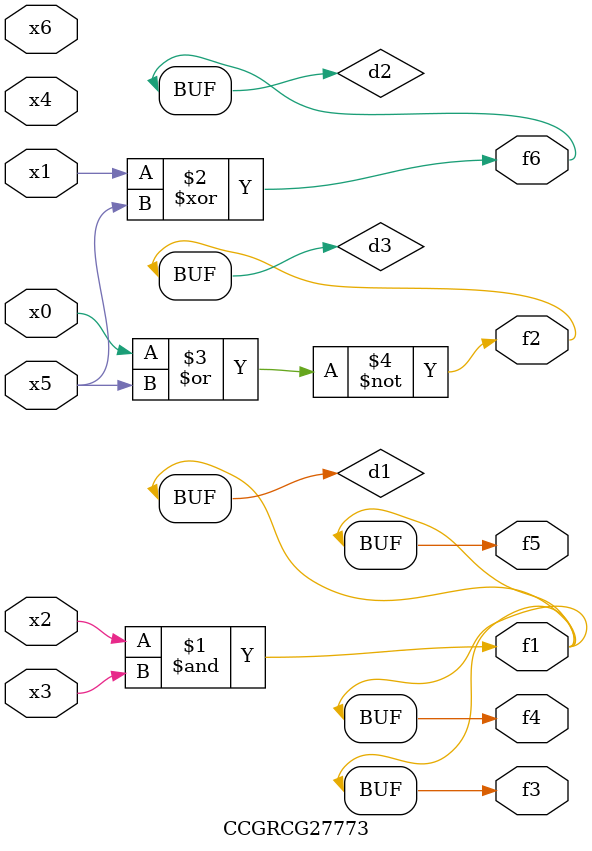
<source format=v>
module CCGRCG27773(
	input x0, x1, x2, x3, x4, x5, x6,
	output f1, f2, f3, f4, f5, f6
);

	wire d1, d2, d3;

	and (d1, x2, x3);
	xor (d2, x1, x5);
	nor (d3, x0, x5);
	assign f1 = d1;
	assign f2 = d3;
	assign f3 = d1;
	assign f4 = d1;
	assign f5 = d1;
	assign f6 = d2;
endmodule

</source>
